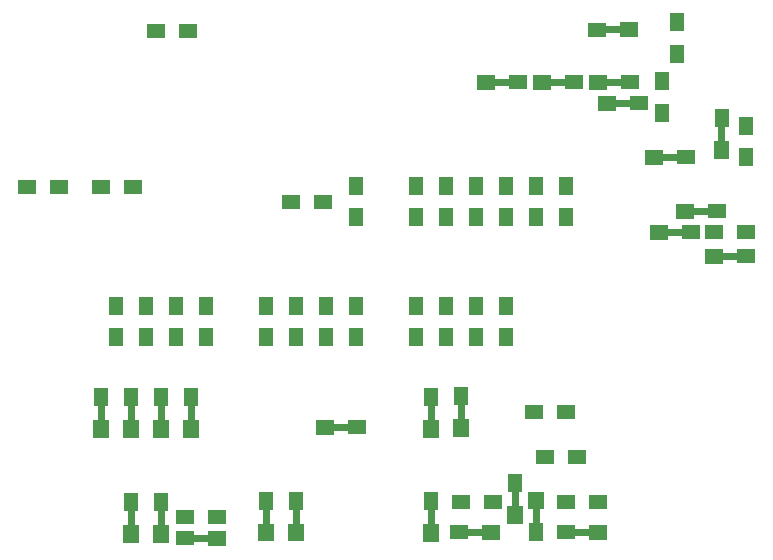
<source format=gbr>
%TF.GenerationSoftware,KiCad,Pcbnew,5.1.7-a382d34a8~87~ubuntu20.04.1*%
%TF.CreationDate,2021-04-14T12:00:42+02:00*%
%TF.ProjectId,pico_on_raspi,7069636f-5f6f-46e5-9f72-617370692e6b,rev?*%
%TF.SameCoordinates,Original*%
%TF.FileFunction,Paste,Bot*%
%TF.FilePolarity,Positive*%
%FSLAX46Y46*%
G04 Gerber Fmt 4.6, Leading zero omitted, Abs format (unit mm)*
G04 Created by KiCad (PCBNEW 5.1.7-a382d34a8~87~ubuntu20.04.1) date 2021-04-14 12:00:42*
%MOMM*%
%LPD*%
G01*
G04 APERTURE LIST*
%ADD10R,1.300000X1.500000*%
%ADD11C,0.100000*%
%ADD12R,1.500000X1.300000*%
G04 APERTURE END LIST*
D10*
%TO.C,R57*%
X122428000Y-104220000D03*
X122428000Y-101520000D03*
%TD*%
D11*
%TO.C,R51*%
G36*
X118526000Y-103074000D02*
G01*
X119888000Y-103074000D01*
X119897755Y-103074961D01*
X119907134Y-103077806D01*
X119915779Y-103082427D01*
X119923355Y-103088645D01*
X119929573Y-103096221D01*
X119934194Y-103104866D01*
X119937039Y-103114245D01*
X119938000Y-103124000D01*
X119938000Y-103632000D01*
X119937039Y-103641755D01*
X119934194Y-103651134D01*
X119929573Y-103659779D01*
X119923355Y-103667355D01*
X119915779Y-103673573D01*
X119907134Y-103678194D01*
X119897755Y-103681039D01*
X119888000Y-103682000D01*
X118526000Y-103682000D01*
X118526000Y-104028000D01*
X117026000Y-104028000D01*
X117026000Y-102728000D01*
X118526000Y-102728000D01*
X118526000Y-103074000D01*
G37*
D12*
X120476000Y-103378000D03*
%TD*%
D10*
%TO.C,R38*%
X114300000Y-113030000D03*
X114300000Y-110330000D03*
%TD*%
D11*
%TO.C,R31*%
G36*
X94650000Y-130506000D02*
G01*
X96012000Y-130506000D01*
X96021755Y-130506961D01*
X96031134Y-130509806D01*
X96039779Y-130514427D01*
X96047355Y-130520645D01*
X96053573Y-130528221D01*
X96058194Y-130536866D01*
X96061039Y-130546245D01*
X96062000Y-130556000D01*
X96062000Y-131064000D01*
X96061039Y-131073755D01*
X96058194Y-131083134D01*
X96053573Y-131091779D01*
X96047355Y-131099355D01*
X96039779Y-131105573D01*
X96031134Y-131110194D01*
X96021755Y-131113039D01*
X96012000Y-131114000D01*
X94650000Y-131114000D01*
X94650000Y-131460000D01*
X93150000Y-131460000D01*
X93150000Y-130160000D01*
X94650000Y-130160000D01*
X94650000Y-130506000D01*
G37*
D12*
X96600000Y-130810000D03*
%TD*%
%TO.C,C2*%
X74930000Y-110490000D03*
X77630000Y-110490000D03*
%TD*%
D11*
%TO.C,R1*%
G36*
X83992000Y-140512000D02*
G01*
X82630000Y-140512000D01*
X82620245Y-140511039D01*
X82610866Y-140508194D01*
X82602221Y-140503573D01*
X82594645Y-140497355D01*
X82588427Y-140489779D01*
X82583806Y-140481134D01*
X82580961Y-140471755D01*
X82580000Y-140462000D01*
X82580000Y-139954000D01*
X82580961Y-139944245D01*
X82583806Y-139934866D01*
X82588427Y-139926221D01*
X82594645Y-139918645D01*
X82602221Y-139912427D01*
X82610866Y-139907806D01*
X82620245Y-139904961D01*
X82630000Y-139904000D01*
X83992000Y-139904000D01*
X83992000Y-139558000D01*
X85492000Y-139558000D01*
X85492000Y-140858000D01*
X83992000Y-140858000D01*
X83992000Y-140512000D01*
G37*
D12*
X82042000Y-140208000D03*
%TD*%
%TO.C,R2*%
X82042000Y-138430000D03*
X84742000Y-138430000D03*
%TD*%
D11*
%TO.C,R3*%
G36*
X109678000Y-137506000D02*
G01*
X109678000Y-136144000D01*
X109678961Y-136134245D01*
X109681806Y-136124866D01*
X109686427Y-136116221D01*
X109692645Y-136108645D01*
X109700221Y-136102427D01*
X109708866Y-136097806D01*
X109718245Y-136094961D01*
X109728000Y-136094000D01*
X110236000Y-136094000D01*
X110245755Y-136094961D01*
X110255134Y-136097806D01*
X110263779Y-136102427D01*
X110271355Y-136108645D01*
X110277573Y-136116221D01*
X110282194Y-136124866D01*
X110285039Y-136134245D01*
X110286000Y-136144000D01*
X110286000Y-137506000D01*
X110632000Y-137506000D01*
X110632000Y-139006000D01*
X109332000Y-139006000D01*
X109332000Y-137506000D01*
X109678000Y-137506000D01*
G37*
D10*
X109982000Y-135556000D03*
%TD*%
D12*
%TO.C,R4*%
X112522000Y-133350000D03*
X115222000Y-133350000D03*
%TD*%
D11*
%TO.C,R5*%
G36*
X107200000Y-140004000D02*
G01*
X105838000Y-140004000D01*
X105828245Y-140003039D01*
X105818866Y-140000194D01*
X105810221Y-139995573D01*
X105802645Y-139989355D01*
X105796427Y-139981779D01*
X105791806Y-139973134D01*
X105788961Y-139963755D01*
X105788000Y-139954000D01*
X105788000Y-139446000D01*
X105788961Y-139436245D01*
X105791806Y-139426866D01*
X105796427Y-139418221D01*
X105802645Y-139410645D01*
X105810221Y-139404427D01*
X105818866Y-139399806D01*
X105828245Y-139396961D01*
X105838000Y-139396000D01*
X107200000Y-139396000D01*
X107200000Y-139050000D01*
X108700000Y-139050000D01*
X108700000Y-140350000D01*
X107200000Y-140350000D01*
X107200000Y-140004000D01*
G37*
D12*
X105250000Y-139700000D03*
%TD*%
%TO.C,R6*%
X105410000Y-137160000D03*
X108110000Y-137160000D03*
%TD*%
D11*
%TO.C,R7*%
G36*
X116250000Y-140004000D02*
G01*
X114888000Y-140004000D01*
X114878245Y-140003039D01*
X114868866Y-140000194D01*
X114860221Y-139995573D01*
X114852645Y-139989355D01*
X114846427Y-139981779D01*
X114841806Y-139973134D01*
X114838961Y-139963755D01*
X114838000Y-139954000D01*
X114838000Y-139446000D01*
X114838961Y-139436245D01*
X114841806Y-139426866D01*
X114846427Y-139418221D01*
X114852645Y-139410645D01*
X114860221Y-139404427D01*
X114868866Y-139399806D01*
X114878245Y-139396961D01*
X114888000Y-139396000D01*
X116250000Y-139396000D01*
X116250000Y-139050000D01*
X117750000Y-139050000D01*
X117750000Y-140350000D01*
X116250000Y-140350000D01*
X116250000Y-140004000D01*
G37*
D12*
X114300000Y-139700000D03*
%TD*%
%TO.C,R8*%
X114300000Y-137160000D03*
X117000000Y-137160000D03*
%TD*%
D11*
%TO.C,R9*%
G36*
X74626000Y-130220000D02*
G01*
X74626000Y-128858000D01*
X74626961Y-128848245D01*
X74629806Y-128838866D01*
X74634427Y-128830221D01*
X74640645Y-128822645D01*
X74648221Y-128816427D01*
X74656866Y-128811806D01*
X74666245Y-128808961D01*
X74676000Y-128808000D01*
X75184000Y-128808000D01*
X75193755Y-128808961D01*
X75203134Y-128811806D01*
X75211779Y-128816427D01*
X75219355Y-128822645D01*
X75225573Y-128830221D01*
X75230194Y-128838866D01*
X75233039Y-128848245D01*
X75234000Y-128858000D01*
X75234000Y-130220000D01*
X75580000Y-130220000D01*
X75580000Y-131720000D01*
X74280000Y-131720000D01*
X74280000Y-130220000D01*
X74626000Y-130220000D01*
G37*
D10*
X74930000Y-128270000D03*
%TD*%
D11*
%TO.C,R10*%
G36*
X77166000Y-130220000D02*
G01*
X77166000Y-128858000D01*
X77166961Y-128848245D01*
X77169806Y-128838866D01*
X77174427Y-128830221D01*
X77180645Y-128822645D01*
X77188221Y-128816427D01*
X77196866Y-128811806D01*
X77206245Y-128808961D01*
X77216000Y-128808000D01*
X77724000Y-128808000D01*
X77733755Y-128808961D01*
X77743134Y-128811806D01*
X77751779Y-128816427D01*
X77759355Y-128822645D01*
X77765573Y-128830221D01*
X77770194Y-128838866D01*
X77773039Y-128848245D01*
X77774000Y-128858000D01*
X77774000Y-130220000D01*
X78120000Y-130220000D01*
X78120000Y-131720000D01*
X76820000Y-131720000D01*
X76820000Y-130220000D01*
X77166000Y-130220000D01*
G37*
D10*
X77470000Y-128270000D03*
%TD*%
D11*
%TO.C,R11*%
G36*
X79706000Y-130220000D02*
G01*
X79706000Y-128858000D01*
X79706961Y-128848245D01*
X79709806Y-128838866D01*
X79714427Y-128830221D01*
X79720645Y-128822645D01*
X79728221Y-128816427D01*
X79736866Y-128811806D01*
X79746245Y-128808961D01*
X79756000Y-128808000D01*
X80264000Y-128808000D01*
X80273755Y-128808961D01*
X80283134Y-128811806D01*
X80291779Y-128816427D01*
X80299355Y-128822645D01*
X80305573Y-128830221D01*
X80310194Y-128838866D01*
X80313039Y-128848245D01*
X80314000Y-128858000D01*
X80314000Y-130220000D01*
X80660000Y-130220000D01*
X80660000Y-131720000D01*
X79360000Y-131720000D01*
X79360000Y-130220000D01*
X79706000Y-130220000D01*
G37*
D10*
X80010000Y-128270000D03*
%TD*%
D11*
%TO.C,R12*%
G36*
X82246000Y-130220000D02*
G01*
X82246000Y-128858000D01*
X82246961Y-128848245D01*
X82249806Y-128838866D01*
X82254427Y-128830221D01*
X82260645Y-128822645D01*
X82268221Y-128816427D01*
X82276866Y-128811806D01*
X82286245Y-128808961D01*
X82296000Y-128808000D01*
X82804000Y-128808000D01*
X82813755Y-128808961D01*
X82823134Y-128811806D01*
X82831779Y-128816427D01*
X82839355Y-128822645D01*
X82845573Y-128830221D01*
X82850194Y-128838866D01*
X82853039Y-128848245D01*
X82854000Y-128858000D01*
X82854000Y-130220000D01*
X83200000Y-130220000D01*
X83200000Y-131720000D01*
X81900000Y-131720000D01*
X81900000Y-130220000D01*
X82246000Y-130220000D01*
G37*
D10*
X82550000Y-128270000D03*
%TD*%
D11*
%TO.C,R13*%
G36*
X102566000Y-139030000D02*
G01*
X102566000Y-137668000D01*
X102566961Y-137658245D01*
X102569806Y-137648866D01*
X102574427Y-137640221D01*
X102580645Y-137632645D01*
X102588221Y-137626427D01*
X102596866Y-137621806D01*
X102606245Y-137618961D01*
X102616000Y-137618000D01*
X103124000Y-137618000D01*
X103133755Y-137618961D01*
X103143134Y-137621806D01*
X103151779Y-137626427D01*
X103159355Y-137632645D01*
X103165573Y-137640221D01*
X103170194Y-137648866D01*
X103173039Y-137658245D01*
X103174000Y-137668000D01*
X103174000Y-139030000D01*
X103520000Y-139030000D01*
X103520000Y-140530000D01*
X102220000Y-140530000D01*
X102220000Y-139030000D01*
X102566000Y-139030000D01*
G37*
D10*
X102870000Y-137080000D03*
%TD*%
%TO.C,R14*%
X76200000Y-120490000D03*
X76200000Y-123190000D03*
%TD*%
%TO.C,R15*%
X78740000Y-120490000D03*
X78740000Y-123190000D03*
%TD*%
D11*
%TO.C,R16*%
G36*
X112064000Y-137750000D02*
G01*
X112064000Y-139112000D01*
X112063039Y-139121755D01*
X112060194Y-139131134D01*
X112055573Y-139139779D01*
X112049355Y-139147355D01*
X112041779Y-139153573D01*
X112033134Y-139158194D01*
X112023755Y-139161039D01*
X112014000Y-139162000D01*
X111506000Y-139162000D01*
X111496245Y-139161039D01*
X111486866Y-139158194D01*
X111478221Y-139153573D01*
X111470645Y-139147355D01*
X111464427Y-139139779D01*
X111459806Y-139131134D01*
X111456961Y-139121755D01*
X111456000Y-139112000D01*
X111456000Y-137750000D01*
X111110000Y-137750000D01*
X111110000Y-136250000D01*
X112410000Y-136250000D01*
X112410000Y-137750000D01*
X112064000Y-137750000D01*
G37*
D10*
X111760000Y-139700000D03*
%TD*%
D11*
%TO.C,R17*%
G36*
X77166000Y-139110000D02*
G01*
X77166000Y-137748000D01*
X77166961Y-137738245D01*
X77169806Y-137728866D01*
X77174427Y-137720221D01*
X77180645Y-137712645D01*
X77188221Y-137706427D01*
X77196866Y-137701806D01*
X77206245Y-137698961D01*
X77216000Y-137698000D01*
X77724000Y-137698000D01*
X77733755Y-137698961D01*
X77743134Y-137701806D01*
X77751779Y-137706427D01*
X77759355Y-137712645D01*
X77765573Y-137720221D01*
X77770194Y-137728866D01*
X77773039Y-137738245D01*
X77774000Y-137748000D01*
X77774000Y-139110000D01*
X78120000Y-139110000D01*
X78120000Y-140610000D01*
X76820000Y-140610000D01*
X76820000Y-139110000D01*
X77166000Y-139110000D01*
G37*
D10*
X77470000Y-137160000D03*
%TD*%
D11*
%TO.C,R18*%
G36*
X79706000Y-139110000D02*
G01*
X79706000Y-137748000D01*
X79706961Y-137738245D01*
X79709806Y-137728866D01*
X79714427Y-137720221D01*
X79720645Y-137712645D01*
X79728221Y-137706427D01*
X79736866Y-137701806D01*
X79746245Y-137698961D01*
X79756000Y-137698000D01*
X80264000Y-137698000D01*
X80273755Y-137698961D01*
X80283134Y-137701806D01*
X80291779Y-137706427D01*
X80299355Y-137712645D01*
X80305573Y-137720221D01*
X80310194Y-137728866D01*
X80313039Y-137738245D01*
X80314000Y-137748000D01*
X80314000Y-139110000D01*
X80660000Y-139110000D01*
X80660000Y-140610000D01*
X79360000Y-140610000D01*
X79360000Y-139110000D01*
X79706000Y-139110000D01*
G37*
D10*
X80010000Y-137160000D03*
%TD*%
D11*
%TO.C,R19*%
G36*
X88596000Y-138950000D02*
G01*
X88596000Y-137588000D01*
X88596961Y-137578245D01*
X88599806Y-137568866D01*
X88604427Y-137560221D01*
X88610645Y-137552645D01*
X88618221Y-137546427D01*
X88626866Y-137541806D01*
X88636245Y-137538961D01*
X88646000Y-137538000D01*
X89154000Y-137538000D01*
X89163755Y-137538961D01*
X89173134Y-137541806D01*
X89181779Y-137546427D01*
X89189355Y-137552645D01*
X89195573Y-137560221D01*
X89200194Y-137568866D01*
X89203039Y-137578245D01*
X89204000Y-137588000D01*
X89204000Y-138950000D01*
X89550000Y-138950000D01*
X89550000Y-140450000D01*
X88250000Y-140450000D01*
X88250000Y-138950000D01*
X88596000Y-138950000D01*
G37*
D10*
X88900000Y-137000000D03*
%TD*%
D11*
%TO.C,R20*%
G36*
X91136000Y-138950000D02*
G01*
X91136000Y-137588000D01*
X91136961Y-137578245D01*
X91139806Y-137568866D01*
X91144427Y-137560221D01*
X91150645Y-137552645D01*
X91158221Y-137546427D01*
X91166866Y-137541806D01*
X91176245Y-137538961D01*
X91186000Y-137538000D01*
X91694000Y-137538000D01*
X91703755Y-137538961D01*
X91713134Y-137541806D01*
X91721779Y-137546427D01*
X91729355Y-137552645D01*
X91735573Y-137560221D01*
X91740194Y-137568866D01*
X91743039Y-137578245D01*
X91744000Y-137588000D01*
X91744000Y-138950000D01*
X92090000Y-138950000D01*
X92090000Y-140450000D01*
X90790000Y-140450000D01*
X90790000Y-138950000D01*
X91136000Y-138950000D01*
G37*
D10*
X91440000Y-137000000D03*
%TD*%
D11*
%TO.C,R21*%
G36*
X102566000Y-130220000D02*
G01*
X102566000Y-128858000D01*
X102566961Y-128848245D01*
X102569806Y-128838866D01*
X102574427Y-128830221D01*
X102580645Y-128822645D01*
X102588221Y-128816427D01*
X102596866Y-128811806D01*
X102606245Y-128808961D01*
X102616000Y-128808000D01*
X103124000Y-128808000D01*
X103133755Y-128808961D01*
X103143134Y-128811806D01*
X103151779Y-128816427D01*
X103159355Y-128822645D01*
X103165573Y-128830221D01*
X103170194Y-128838866D01*
X103173039Y-128848245D01*
X103174000Y-128858000D01*
X103174000Y-130220000D01*
X103520000Y-130220000D01*
X103520000Y-131720000D01*
X102220000Y-131720000D01*
X102220000Y-130220000D01*
X102566000Y-130220000D01*
G37*
D10*
X102870000Y-128270000D03*
%TD*%
D11*
%TO.C,R22*%
G36*
X105106000Y-130140000D02*
G01*
X105106000Y-128778000D01*
X105106961Y-128768245D01*
X105109806Y-128758866D01*
X105114427Y-128750221D01*
X105120645Y-128742645D01*
X105128221Y-128736427D01*
X105136866Y-128731806D01*
X105146245Y-128728961D01*
X105156000Y-128728000D01*
X105664000Y-128728000D01*
X105673755Y-128728961D01*
X105683134Y-128731806D01*
X105691779Y-128736427D01*
X105699355Y-128742645D01*
X105705573Y-128750221D01*
X105710194Y-128758866D01*
X105713039Y-128768245D01*
X105714000Y-128778000D01*
X105714000Y-130140000D01*
X106060000Y-130140000D01*
X106060000Y-131640000D01*
X104760000Y-131640000D01*
X104760000Y-130140000D01*
X105106000Y-130140000D01*
G37*
D10*
X105410000Y-128190000D03*
%TD*%
%TO.C,R23*%
X81280000Y-120490000D03*
X81280000Y-123190000D03*
%TD*%
%TO.C,R24*%
X88900000Y-120490000D03*
X88900000Y-123190000D03*
%TD*%
%TO.C,R25*%
X109220000Y-120490000D03*
X109220000Y-123190000D03*
%TD*%
%TO.C,R26*%
X83820000Y-120490000D03*
X83820000Y-123190000D03*
%TD*%
%TO.C,R27*%
X91440000Y-120490000D03*
X91440000Y-123190000D03*
%TD*%
%TO.C,R28*%
X106680000Y-120490000D03*
X106680000Y-123190000D03*
%TD*%
%TO.C,R29*%
X93980000Y-120490000D03*
X93980000Y-123190000D03*
%TD*%
%TO.C,R30*%
X104140000Y-120490000D03*
X104140000Y-123190000D03*
%TD*%
%TO.C,R32*%
X96520000Y-120490000D03*
X96520000Y-123190000D03*
%TD*%
%TO.C,R33*%
X101600000Y-120490000D03*
X101600000Y-123190000D03*
%TD*%
D12*
%TO.C,R34*%
X111600000Y-129540000D03*
X114300000Y-129540000D03*
%TD*%
D10*
%TO.C,R35*%
X101600000Y-113030000D03*
X101600000Y-110330000D03*
%TD*%
D12*
%TO.C,R36*%
X71374000Y-110490000D03*
X68674000Y-110490000D03*
%TD*%
D10*
%TO.C,R37*%
X104140000Y-113030000D03*
X104140000Y-110330000D03*
%TD*%
%TO.C,R39*%
X106680000Y-113030000D03*
X106680000Y-110330000D03*
%TD*%
%TO.C,R40*%
X111760000Y-113030000D03*
X111760000Y-110330000D03*
%TD*%
D11*
%TO.C,R41*%
G36*
X108286000Y-101296000D02*
G01*
X109648000Y-101296000D01*
X109657755Y-101296961D01*
X109667134Y-101299806D01*
X109675779Y-101304427D01*
X109683355Y-101310645D01*
X109689573Y-101318221D01*
X109694194Y-101326866D01*
X109697039Y-101336245D01*
X109698000Y-101346000D01*
X109698000Y-101854000D01*
X109697039Y-101863755D01*
X109694194Y-101873134D01*
X109689573Y-101881779D01*
X109683355Y-101889355D01*
X109675779Y-101895573D01*
X109667134Y-101900194D01*
X109657755Y-101903039D01*
X109648000Y-101904000D01*
X108286000Y-101904000D01*
X108286000Y-102250000D01*
X106786000Y-102250000D01*
X106786000Y-100950000D01*
X108286000Y-100950000D01*
X108286000Y-101296000D01*
G37*
D12*
X110236000Y-101600000D03*
%TD*%
D10*
%TO.C,R42*%
X109220000Y-113030000D03*
X109220000Y-110330000D03*
%TD*%
%TO.C,R43*%
X123698000Y-96520000D03*
X123698000Y-99220000D03*
%TD*%
D12*
%TO.C,R44*%
X91026000Y-111760000D03*
X93726000Y-111760000D03*
%TD*%
D11*
%TO.C,R45*%
G36*
X122510000Y-107646000D02*
G01*
X123872000Y-107646000D01*
X123881755Y-107646961D01*
X123891134Y-107649806D01*
X123899779Y-107654427D01*
X123907355Y-107660645D01*
X123913573Y-107668221D01*
X123918194Y-107676866D01*
X123921039Y-107686245D01*
X123922000Y-107696000D01*
X123922000Y-108204000D01*
X123921039Y-108213755D01*
X123918194Y-108223134D01*
X123913573Y-108231779D01*
X123907355Y-108239355D01*
X123899779Y-108245573D01*
X123891134Y-108250194D01*
X123881755Y-108253039D01*
X123872000Y-108254000D01*
X122510000Y-108254000D01*
X122510000Y-108600000D01*
X121010000Y-108600000D01*
X121010000Y-107300000D01*
X122510000Y-107300000D01*
X122510000Y-107646000D01*
G37*
D12*
X124460000Y-107950000D03*
%TD*%
D11*
%TO.C,R46*%
G36*
X125130000Y-112218000D02*
G01*
X126492000Y-112218000D01*
X126501755Y-112218961D01*
X126511134Y-112221806D01*
X126519779Y-112226427D01*
X126527355Y-112232645D01*
X126533573Y-112240221D01*
X126538194Y-112248866D01*
X126541039Y-112258245D01*
X126542000Y-112268000D01*
X126542000Y-112776000D01*
X126541039Y-112785755D01*
X126538194Y-112795134D01*
X126533573Y-112803779D01*
X126527355Y-112811355D01*
X126519779Y-112817573D01*
X126511134Y-112822194D01*
X126501755Y-112825039D01*
X126492000Y-112826000D01*
X125130000Y-112826000D01*
X125130000Y-113172000D01*
X123630000Y-113172000D01*
X123630000Y-111872000D01*
X125130000Y-111872000D01*
X125130000Y-112218000D01*
G37*
D12*
X127080000Y-112522000D03*
%TD*%
D11*
%TO.C,R47*%
G36*
X113018000Y-101296000D02*
G01*
X114380000Y-101296000D01*
X114389755Y-101296961D01*
X114399134Y-101299806D01*
X114407779Y-101304427D01*
X114415355Y-101310645D01*
X114421573Y-101318221D01*
X114426194Y-101326866D01*
X114429039Y-101336245D01*
X114430000Y-101346000D01*
X114430000Y-101854000D01*
X114429039Y-101863755D01*
X114426194Y-101873134D01*
X114421573Y-101881779D01*
X114415355Y-101889355D01*
X114407779Y-101895573D01*
X114399134Y-101900194D01*
X114389755Y-101903039D01*
X114380000Y-101904000D01*
X113018000Y-101904000D01*
X113018000Y-102250000D01*
X111518000Y-102250000D01*
X111518000Y-100950000D01*
X113018000Y-100950000D01*
X113018000Y-101296000D01*
G37*
D12*
X114968000Y-101600000D03*
%TD*%
D11*
%TO.C,R48*%
G36*
X117764000Y-101296000D02*
G01*
X119126000Y-101296000D01*
X119135755Y-101296961D01*
X119145134Y-101299806D01*
X119153779Y-101304427D01*
X119161355Y-101310645D01*
X119167573Y-101318221D01*
X119172194Y-101326866D01*
X119175039Y-101336245D01*
X119176000Y-101346000D01*
X119176000Y-101854000D01*
X119175039Y-101863755D01*
X119172194Y-101873134D01*
X119167573Y-101881779D01*
X119161355Y-101889355D01*
X119153779Y-101895573D01*
X119145134Y-101900194D01*
X119135755Y-101903039D01*
X119126000Y-101904000D01*
X117764000Y-101904000D01*
X117764000Y-102250000D01*
X116264000Y-102250000D01*
X116264000Y-100950000D01*
X117764000Y-100950000D01*
X117764000Y-101296000D01*
G37*
D12*
X119714000Y-101600000D03*
%TD*%
D11*
%TO.C,R49*%
G36*
X127153200Y-106568800D02*
G01*
X127153200Y-105206800D01*
X127154161Y-105197045D01*
X127157006Y-105187666D01*
X127161627Y-105179021D01*
X127167845Y-105171445D01*
X127175421Y-105165227D01*
X127184066Y-105160606D01*
X127193445Y-105157761D01*
X127203200Y-105156800D01*
X127711200Y-105156800D01*
X127720955Y-105157761D01*
X127730334Y-105160606D01*
X127738979Y-105165227D01*
X127746555Y-105171445D01*
X127752773Y-105179021D01*
X127757394Y-105187666D01*
X127760239Y-105197045D01*
X127761200Y-105206800D01*
X127761200Y-106568800D01*
X128107200Y-106568800D01*
X128107200Y-108068800D01*
X126807200Y-108068800D01*
X126807200Y-106568800D01*
X127153200Y-106568800D01*
G37*
D10*
X127457200Y-104618800D03*
%TD*%
%TO.C,R50*%
X129540000Y-105250000D03*
X129540000Y-107950000D03*
%TD*%
%TO.C,R52*%
X96520000Y-110330000D03*
X96520000Y-113030000D03*
%TD*%
D11*
%TO.C,R53*%
G36*
X127590000Y-116028000D02*
G01*
X128952000Y-116028000D01*
X128961755Y-116028961D01*
X128971134Y-116031806D01*
X128979779Y-116036427D01*
X128987355Y-116042645D01*
X128993573Y-116050221D01*
X128998194Y-116058866D01*
X129001039Y-116068245D01*
X129002000Y-116078000D01*
X129002000Y-116586000D01*
X129001039Y-116595755D01*
X128998194Y-116605134D01*
X128993573Y-116613779D01*
X128987355Y-116621355D01*
X128979779Y-116627573D01*
X128971134Y-116632194D01*
X128961755Y-116635039D01*
X128952000Y-116636000D01*
X127590000Y-116636000D01*
X127590000Y-116982000D01*
X126090000Y-116982000D01*
X126090000Y-115682000D01*
X127590000Y-115682000D01*
X127590000Y-116028000D01*
G37*
D12*
X129540000Y-116332000D03*
%TD*%
%TO.C,R54*%
X129540000Y-114300000D03*
X126840000Y-114300000D03*
%TD*%
D11*
%TO.C,R55*%
G36*
X122924000Y-113996000D02*
G01*
X124286000Y-113996000D01*
X124295755Y-113996961D01*
X124305134Y-113999806D01*
X124313779Y-114004427D01*
X124321355Y-114010645D01*
X124327573Y-114018221D01*
X124332194Y-114026866D01*
X124335039Y-114036245D01*
X124336000Y-114046000D01*
X124336000Y-114554000D01*
X124335039Y-114563755D01*
X124332194Y-114573134D01*
X124327573Y-114581779D01*
X124321355Y-114589355D01*
X124313779Y-114595573D01*
X124305134Y-114600194D01*
X124295755Y-114603039D01*
X124286000Y-114604000D01*
X122924000Y-114604000D01*
X122924000Y-114950000D01*
X121424000Y-114950000D01*
X121424000Y-113650000D01*
X122924000Y-113650000D01*
X122924000Y-113996000D01*
G37*
D12*
X124874000Y-114300000D03*
%TD*%
D11*
%TO.C,R56*%
G36*
X118887800Y-97433600D02*
G01*
X117525800Y-97433600D01*
X117516045Y-97432639D01*
X117506666Y-97429794D01*
X117498021Y-97425173D01*
X117490445Y-97418955D01*
X117484227Y-97411379D01*
X117479606Y-97402734D01*
X117476761Y-97393355D01*
X117475800Y-97383600D01*
X117475800Y-96875600D01*
X117476761Y-96865845D01*
X117479606Y-96856466D01*
X117484227Y-96847821D01*
X117490445Y-96840245D01*
X117498021Y-96834027D01*
X117506666Y-96829406D01*
X117516045Y-96826561D01*
X117525800Y-96825600D01*
X118887800Y-96825600D01*
X118887800Y-96479600D01*
X120387800Y-96479600D01*
X120387800Y-97779600D01*
X118887800Y-97779600D01*
X118887800Y-97433600D01*
G37*
D12*
X116937800Y-97129600D03*
%TD*%
%TO.C,R58*%
X82296000Y-97282000D03*
X79596000Y-97282000D03*
%TD*%
M02*

</source>
